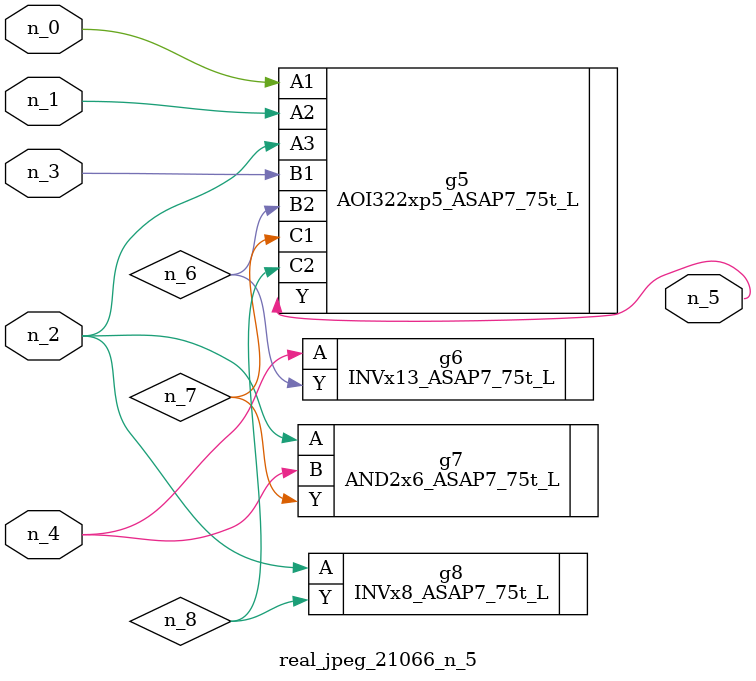
<source format=v>
module real_jpeg_21066_n_5 (n_4, n_0, n_1, n_2, n_3, n_5);

input n_4;
input n_0;
input n_1;
input n_2;
input n_3;

output n_5;

wire n_8;
wire n_6;
wire n_7;

AOI322xp5_ASAP7_75t_L g5 ( 
.A1(n_0),
.A2(n_1),
.A3(n_2),
.B1(n_3),
.B2(n_6),
.C1(n_7),
.C2(n_8),
.Y(n_5)
);

AND2x6_ASAP7_75t_L g7 ( 
.A(n_2),
.B(n_4),
.Y(n_7)
);

INVx8_ASAP7_75t_L g8 ( 
.A(n_2),
.Y(n_8)
);

INVx13_ASAP7_75t_L g6 ( 
.A(n_4),
.Y(n_6)
);


endmodule
</source>
